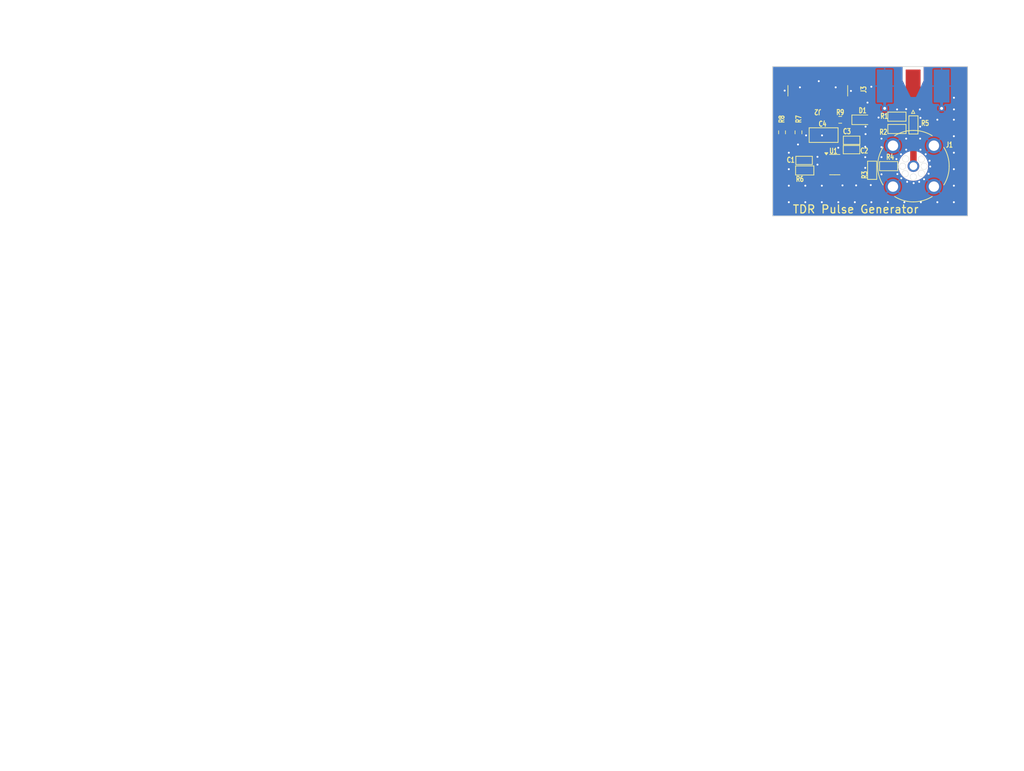
<source format=kicad_pcb>
(kicad_pcb (version 20241229) (generator "pcbnew") (generator_version "9.0")
  (title_block (title "Tiny TDR - BNC, and SMA connector") (date "2024-11-24") (rev "0.1"))
  (layers (0 "F.Cu" signal) (2 "B.Cu" signal) (13 "F.Paste" user) (15 "B.Paste" user) (5 "F.SilkS" user "F.Silkscreen") (7 "B.SilkS" user "B.Silkscreen") (1 "F.Mask" user) (3 "B.Mask" user) (25 "Edge.Cuts" user))
  (net 0 "")
  (net 1 "+5V")
  (net 2 "GND")
  (net 3 "Net-(R6-P$3)")
  (net 4 "Net-(R2-P$3)")
  (net 5 "Net-(R1-P$3)")
  (net 6 "Net-(R3-P$3)")
  (net 7 "Net-(R6-P$4)")
  (net 8 "Net-(J2-CC2)")
  (net 9 "Net-(J2-CC1)")
  (net 10 "Net-(D1-A)")
  (net 11 "Net-(J3-In)")
  (footprint "TDR1:C0603" (layer "F.Cu") (at 157.4 93.4)
    (property "Reference" "C3" (at -1.4 -0.9 0) (layer "F.SilkS") (effects (font (size 0.8 0.6)) (justify left bottom)))
    (property "Value" "100nF")
    (fp_line (start -1.27 -0.635) (end 1.27 -0.635) (stroke (width 0.127)) (layer "F.SilkS"))
    (fp_line (start -1.27 0.635) (end -1.27 -0.635) (stroke (width 0.127)) (layer "F.SilkS"))
    (fp_line (start 1.27 -0.635) (end 1.27 0.635) (stroke (width 0.127)) (layer "F.SilkS"))
    (fp_line (start 1.27 0.635) (end -1.27 0.635) (stroke (width 0.127)) (layer "F.SilkS"))
    (pad "P$1" smd rect (at -0.75 0) (size 0.8 0.8) (layers "F.Cu" "F.Mask" "F.Paste") (net 2 "GND"))
    (pad "P$2" smd rect (at 0.75 0) (size 0.8 0.8) (layers "F.Cu" "F.Mask" "F.Paste") (net 1 "+5V"))
  )
  (footprint "Resistor_SMD:R_0603_1608Metric" (layer "F.Cu") (at 155.65 90.25)
    (property "Reference" "R9" (at 0 -1.15 0) (layer "F.SilkS") (effects (font (size 0.8 0.6))))
    (property "Value" "4.70k")
    (fp_line (start -0.237258 -0.5225) (end 0.237258 -0.5225) (stroke (width 0.12)) (layer "F.SilkS"))
    (fp_line (start -0.237258 0.5225) (end 0.237258 0.5225) (stroke (width 0.12)) (layer "F.SilkS"))
    (pad "1" smd roundrect (at -0.825 0) (size 0.8 0.95) (layers "F.Cu" "F.Mask" "F.Paste") (net 1 "+5V"))
    (pad "2" smd roundrect (at 0.825 0) (size 0.8 0.95) (layers "F.Cu" "F.Mask" "F.Paste") (net 10 "Net-(D1-A)"))
  )
  (footprint "Connector_Coaxial:SMA_Molex_73251-1153_EdgeMount_Horizontal" (layer "F.Cu") (at 166.87 86.77 -90)
    (property "Reference" "J3" (at -1.17 7.62 90) (layer "F.SilkS") (effects (font (size 0.8 0.6))))
    (property "Value" "Conn_Coaxial")
    (fp_line (start 2.5 0.25) (end 2 0) (stroke (width 0.12)) (layer "F.SilkS"))
    (fp_line (start 2 0) (end 2.5 -0.25) (stroke (width 0.12)) (layer "F.SilkS"))
    (fp_line (start 2.5 -0.25) (end 2.5 0.25) (stroke (width 0.12)) (layer "F.SilkS"))
    (pad "1" smd rect (at -1.72 0 270) (size 5.08 2.29) (layers "F.Cu" "F.Mask" "F.Paste") (net 11 "Net-(J3-In)"))
    (pad "2" smd rect (at -1.72 -4.38 270) (size 5.08 2.42) (layers "F.Cu" "F.Mask" "F.Paste") (net 2 "GND"))
    (pad "2" smd rect (at -1.72 -4.38 270) (size 5.08 2.42) (layers "B.Cu" "B.Mask" "B.Paste") (net 2 "GND"))
    (pad "2" smd rect (at -1.72 4.38 270) (size 5.08 2.42) (layers "F.Cu" "F.Mask" "F.Paste") (net 2 "GND"))
    (pad "2" smd rect (at -1.72 4.38 270) (size 5.08 2.42) (layers "B.Cu" "B.Mask" "B.Paste") (net 2 "GND"))
    (pad "2" smd rect (at 1.27 -4.38 270) (size 0.95 0.46) (layers "F.Cu") (net 2 "GND"))
    (pad "2" smd rect (at 1.27 -4.38 270) (size 0.95 0.46) (layers "B.Cu") (net 2 "GND"))
    (pad "2" smd rect (at 1.27 4.38 270) (size 0.95 0.46) (layers "F.Cu") (net 2 "GND"))
    (pad "2" smd rect (at 1.27 4.38 270) (size 0.95 0.46) (layers "B.Cu") (net 2 "GND"))
    (pad "2" thru_hole circle (at 1.72 -4.38 270) (size 0.97 0.97) (drill 0.46) (layers "*.Cu") (net 2 "GND"))
    (pad "2" thru_hole circle (at 1.72 4.38 270) (size 0.97 0.97) (drill 0.46) (layers "*.Cu") (net 2 "GND"))
  )
  (footprint "Package_TO_SOT_SMD:SOT-23-6" (layer "F.Cu") (at 154.8125 97.15)
    (property "Reference" "U1" (at -0.2125 -2.1 0) (layer "F.SilkS") (effects (font (size 0.8 0.6))))
    (property "Value" "SN74LVC2G14DBV")
    (fp_line (start 0 -1.56) (end -0.8 -1.56) (stroke (width 0.12)) (layer "F.SilkS"))
    (fp_line (start 0 -1.56) (end 0.8 -1.56) (stroke (width 0.12)) (layer "F.SilkS"))
    (fp_line (start 0 1.56) (end -0.8 1.56) (stroke (width 0.12)) (layer "F.SilkS"))
    (fp_line (start 0 1.56) (end 0.8 1.56) (stroke (width 0.12)) (layer "F.SilkS"))
    (fp_poly (pts (xy -1.3 -1.51) (xy -1.54 -1.84) (xy -1.06 -1.84) (xy -1.3 -1.51)) (stroke (width 0.12)) (fill yes) (layer "F.SilkS"))
    (pad "1" smd roundrect (at -1.1375 -0.95) (size 1.325 0.6) (layers "F.Cu" "F.Mask" "F.Paste") (net 3 "Net-(R6-P$3)"))
    (pad "2" smd roundrect (at -1.1375 0) (size 1.325 0.6) (layers "F.Cu" "F.Mask" "F.Paste") (net 2 "GND"))
    (pad "3" smd roundrect (at -1.1375 0.95) (size 1.325 0.6) (layers "F.Cu" "F.Mask" "F.Paste") (net 7 "Net-(R6-P$4)"))
    (pad "4" smd roundrect (at 1.1375 0.95) (size 1.325 0.6) (layers "F.Cu" "F.Mask" "F.Paste") (net 6 "Net-(R3-P$3)"))
    (pad "5" smd roundrect (at 1.1375 0) (size 1.325 0.6) (layers "F.Cu" "F.Mask" "F.Paste") (net 1 "+5V"))
    (pad "6" smd roundrect (at 1.1375 -0.95) (size 1.325 0.6) (layers "F.Cu" "F.Mask" "F.Paste") (net 7 "Net-(R6-P$4)"))
  )
  (footprint "TDR1:R0603" (layer "F.Cu") (at 163.1061 97.3836)
    (property "Reference" "R4" (at -0.4561 -0.9336 0) (layer "F.SilkS") (effects (font (size 0.8 0.6)) (justify left bottom)))
    (property "Value" "82")
    (fp_line (start -1.4 -0.7) (end 1.4 -0.7) (stroke (width 0.127)) (layer "F.SilkS"))
    (fp_line (start -1.4 0.7) (end -1.4 -0.7) (stroke (width 0.127)) (layer "F.SilkS"))
    (fp_line (start 1.4 -0.7) (end 1.4 0.7) (stroke (width 0.127)) (layer "F.SilkS"))
    (fp_line (start 1.4 0.7) (end -1.4 0.7) (stroke (width 0.127)) (layer "F.SilkS"))
    (pad "P$1" smd rect (at -0.725 0) (size 0.95 0.95) (layers "F.Cu" "F.Mask" "F.Paste") (net 5 "Net-(R1-P$3)"))
    (pad "P$2" smd rect (at 0.725 0) (size 0.95 0.95) (layers "F.Cu" "F.Mask" "F.Paste") (net 2 "GND"))
  )
  (footprint "TDR1:R0603" (layer "F.Cu") (at 164.3761 89.7636)
    (property "Reference" "R1" (at -2.6261 0.3864 0) (layer "F.SilkS") (effects (font (size 0.8 0.6)) (justify left bottom)))
    (property "Value" "49.9")
    (fp_line (start -1.4 -0.7) (end 1.4 -0.7) (stroke (width 0.127)) (layer "F.SilkS"))
    (fp_line (start -1.4 0.7) (end -1.4 -0.7) (stroke (width 0.127)) (layer "F.SilkS"))
    (fp_line (start 1.4 -0.7) (end 1.4 0.7) (stroke (width 0.127)) (layer "F.SilkS"))
    (fp_line (start 1.4 0.7) (end -1.4 0.7) (stroke (width 0.127)) (layer "F.SilkS"))
    (pad "P$1" smd rect (at -0.725 0) (size 0.95 0.95) (layers "F.Cu" "F.Mask" "F.Paste") (net 5 "Net-(R1-P$3)"))
    (pad "P$2" smd rect (at 0.725 0) (size 0.95 0.95) (layers "F.Cu" "F.Mask" "F.Paste") (net 11 "Net-(J3-In)"))
  )
  (footprint "LED_SMD:LED_0603_1608Metric_Pad1.05x0.95mm_HandSolder" (layer "F.Cu") (at 159.1 90.25)
    (property "Reference" "D1" (at 0 -1.43 0) (layer "F.SilkS") (effects (font (size 0.8 0.6))))
    (property "Value" "VLMTG1300-GS08")
    (fp_line (start -1.66 -0.735) (end -1.66 0.735) (stroke (width 0.12)) (layer "F.SilkS"))
    (fp_line (start -1.66 0.735) (end 0.8 0.735) (stroke (width 0.12)) (layer "F.SilkS"))
    (fp_line (start 0.8 -0.735) (end -1.66 -0.735) (stroke (width 0.12)) (layer "F.SilkS"))
    (pad "1" smd roundrect (at -0.875 0) (size 1.05 0.95) (layers "F.Cu" "F.Mask" "F.Paste") (net 10 "Net-(D1-A)"))
    (pad "2" smd roundrect (at 0.875 0) (size 1.05 0.95) (layers "F.Cu" "F.Mask" "F.Paste") (net 2 "GND"))
  )
  (footprint "Connector_Coaxial:BNC_LINX_CONBNC001" (layer "F.Cu") (at 166.9161 97.3836)
    (property "Reference" "J1" (at 5.5339 -3.2836 0) (layer "F.SilkS") (effects (font (size 0.8 0.6))))
    (property "Value" "BNC_MALE_PCB")
    (fp_arc (start -5.5 0) (mid -5.295033 -1.503175) (end -4.68 -2.89) (stroke (width 0.127)) (layer "F.SilkS"))
    (fp_arc (start -4.68 2.89) (mid -5.29113 1.502068) (end -5.5 0) (stroke (width 0.127)) (layer "F.SilkS"))
    (fp_arc (start -2.89 -4.68) (mid -1.502068 -5.291129) (end 0 -5.5) (stroke (width 0.127)) (layer "F.SilkS"))
    (fp_arc (start 0 -5.5) (mid 1.503175 -5.295033) (end 2.89 -4.68) (stroke (width 0.127)) (layer "F.SilkS"))
    (fp_arc (start 0 5.5) (mid -1.503175 5.295033) (end -2.89 4.68) (stroke (width 0.127)) (layer "F.SilkS"))
    (fp_arc (start 2.89 4.68) (mid 1.502068 5.291129) (end 0 5.5) (stroke (width 0.127)) (layer "F.SilkS"))
    (fp_arc (start 4.68 -2.89) (mid 5.291129 -1.502068) (end 5.5 0) (stroke (width 0.127)) (layer "F.SilkS"))
    (fp_arc (start 5.5 0) (mid 5.295033 1.503175) (end 4.68 2.89) (stroke (width 0.127)) (layer "F.SilkS"))
    (pad "1" thru_hole circle (at 0 0) (size 1.8 1.8) (drill 1.2) (layers "*.Cu" "*.Mask") (net 4 "Net-(R2-P$3)"))
    (pad "S1" thru_hole circle (at 3.15 -3.15) (size 2.4 2.4) (drill 1.6) (layers "*.Cu" "*.Mask") (net 2 "GND"))
    (pad "S2" thru_hole circle (at 3.15 3.15) (size 2.4 2.4) (drill 1.6) (layers "*.Cu" "*.Mask") (net 2 "GND"))
    (pad "S3" thru_hole circle (at -3.15 3.15) (size 2.4 2.4) (drill 1.6) (layers "*.Cu" "*.Mask") (net 2 "GND"))
    (pad "S4" thru_hole circle (at -3.15 -3.15) (size 2.4 2.4) (drill 1.6) (layers "*.Cu" "*.Mask") (net 2 "GND"))
  )
  (footprint "TDR1:R0603" (layer "F.Cu") (at 150.1875 98.05)
    (property "Reference" "R6" (at -1.4375 1.8 0) (layer "F.SilkS") (effects (font (size 0.8 0.6)) (justify left bottom)))
    (property "Value" "1.2k")
    (fp_line (start -1.4 -0.7) (end 1.4 -0.7) (stroke (width 0.127)) (layer "F.SilkS"))
    (fp_line (start -1.4 0.7) (end -1.4 -0.7) (stroke (width 0.127)) (layer "F.SilkS"))
    (fp_line (start 1.4 -0.7) (end 1.4 0.7) (stroke (width 0.127)) (layer "F.SilkS"))
    (fp_line (start 1.4 0.7) (end -1.4 0.7) (stroke (width 0.127)) (layer "F.SilkS"))
    (pad "P$1" smd rect (at -0.725 0) (size 0.95 0.95) (layers "F.Cu" "F.Mask" "F.Paste") (net 3 "Net-(R6-P$3)"))
    (pad "P$2" smd rect (at 0.725 0) (size 0.95 0.95) (layers "F.Cu" "F.Mask" "F.Paste") (net 7 "Net-(R6-P$4)"))
  )
  (footprint "Connector_USB:USB_C_Receptacle_GCT_USB4135-GF-A_6P_TopMnt_Horizontal" (layer "F.Cu") (at 152.2 84.55 180)
    (property "Reference" "J2" (at 0 -4.5 180) (layer "F.SilkS") (effects (font (size 0.8 0.6))))
    (property "Value" "USB4135-GF-A")
    (fp_line (start 4.6 -2.04) (end 4.6 -0.41) (stroke (width 0.12)) (layer "F.SilkS"))
    (fp_line (start -4.6 -2.04) (end -4.6 -0.41) (stroke (width 0.12)) (layer "F.SilkS"))
    (pad "A5" smd roundrect (at -0.5 -3.0325 180) (size 0.7 1.2) (layers "F.Cu" "F.Mask" "F.Paste") (net 9 "Net-(J2-CC1)"))
    (pad "A9" smd roundrect (at 1.52 -3.0325) (size 0.76 1.2) (layers "F.Cu" "F.Mask" "F.Paste") (net 1 "+5V"))
    (pad "A12" smd roundrect (at 2.75 -3.0325) (size 0.8 1.2) (layers "F.Cu" "F.Mask" "F.Paste") (net 2 "GND"))
    (pad "B5" smd roundrect (at 0.5 -3.0325) (size 0.7 1.2) (layers "F.Cu" "F.Mask" "F.Paste") (net 8 "Net-(J2-CC2)"))
    (pad "B9" smd roundrect (at -1.52 -3.0325 180) (size 0.76 1.2) (layers "F.Cu" "F.Mask" "F.Paste") (net 1 "+5V"))
    (pad "B12" smd roundrect (at -2.75 -3.0325 180) (size 0.8 1.2) (layers "F.Cu" "F.Mask" "F.Paste") (net 2 "GND"))
    (pad "S1" smd roundrect (at -5.125 -2.9775 180) (size 1.8 1.35) (layers "F.Cu" "F.Mask" "F.Paste") (roundrect_rratio 0.1851851852) (net 2 "GND"))
    (pad "S1" smd roundrect (at -5.125 0.6025 180) (size 1.8 1.5) (layers "F.Cu" "F.Mask" "F.Paste") (roundrect_rratio 0.1666666667) (net 2 "GND"))
    (pad "S1" smd roundrect (at 5.125 -2.9775 180) (size 1.8 1.35) (layers "F.Cu" "F.Mask" "F.Paste") (roundrect_rratio 0.1851851852) (net 2 "GND"))
    (pad "S1" smd roundrect (at 5.125 0.6025 180) (size 1.8 1.5) (layers "F.Cu" "F.Mask" "F.Paste") (roundrect_rratio 0.1666666667) (net 2 "GND"))
  )
  (footprint "TDR1:C0603" (layer "F.Cu") (at 157.3911 94.8436)
    (property "Reference" "C2" (at 1.27 0.635 0) (layer "F.SilkS") (effects (font (size 0.8 0.6)) (justify left bottom)))
    (property "Value" "100nF")
    (fp_line (start -1.27 -0.635) (end 1.27 -0.635) (stroke (width 0.127)) (layer "F.SilkS"))
    (fp_line (start -1.27 0.635) (end -1.27 -0.635) (stroke (width 0.127)) (layer "F.SilkS"))
    (fp_line (start 1.27 -0.635) (end 1.27 0.635) (stroke (width 0.127)) (layer "F.SilkS"))
    (fp_line (start 1.27 0.635) (end -1.27 0.635) (stroke (width 0.127)) (layer "F.SilkS"))
    (pad "P$1" smd rect (at -0.75 0) (size 0.8 0.8) (layers "F.Cu" "F.Mask" "F.Paste") (net 2 "GND"))
    (pad "P$2" smd rect (at 0.75 0) (size 0.8 0.8) (layers "F.Cu" "F.Mask" "F.Paste") (net 1 "+5V"))
  )
  (footprint "TDR1:R0603" (layer "F.Cu") (at 160.5661 98.0186 90)
    (property "Reference" "R3" (at -1.4 -0.7 90) (layer "F.SilkS") (effects (font (size 0.8 0.6)) (justify left bottom)))
    (property "Value" "130")
    (fp_line (start 1.4 -0.7) (end 1.4 0.7) (stroke (width 0.127)) (layer "F.SilkS"))
    (fp_line (start -1.4 -0.7) (end 1.4 -0.7) (stroke (width 0.127)) (layer "F.SilkS"))
    (fp_line (start 1.4 0.7) (end -1.4 0.7) (stroke (width 0.127)) (layer "F.SilkS"))
    (fp_line (start -1.4 0.7) (end -1.4 -0.7) (stroke (width 0.127)) (layer "F.SilkS"))
    (pad "P$1" smd rect (at -0.725 0 90) (size 0.95 0.95) (layers "F.Cu" "F.Mask" "F.Paste") (net 6 "Net-(R3-P$3)"))
    (pad "P$2" smd rect (at 0.725 0 90) (size 0.95 0.95) (layers "F.Cu" "F.Mask" "F.Paste") (net 5 "Net-(R1-P$3)"))
  )
  (footprint "TDR1:1206" (layer "F.Cu") (at 153.1 92.6)
    (property "Reference" "C4" (at -0.85 -1.25 0) (layer "F.SilkS") (effects (font (size 0.8 0.6)) (justify left bottom)))
    (property "Value" "2.2uF")
    (fp_line (start -2.225 -1.125) (end 2.225 -1.125) (stroke (width 0.127)) (layer "F.SilkS"))
    (fp_line (start -2.225 1.125) (end -2.225 -1.125) (stroke (width 0.127)) (layer "F.SilkS"))
    (fp_line (start 2.225 -1.125) (end 2.225 1.125) (stroke (width 0.127)) (layer "F.SilkS"))
    (fp_line (start 2.225 1.125) (end -2.225 1.125) (stroke (width 0.127)) (layer "F.SilkS"))
    (pad "P$1" smd rect (at -1.55 0) (size 0.9 1.6) (layers "F.Cu" "F.Mask" "F.Paste") (net 2 "GND"))
    (pad "P$2" smd rect (at 1.55 0) (size 0.9 1.6) (layers "F.Cu" "F.Mask" "F.Paste") (net 1 "+5V"))
  )
  (footprint "Resistor_SMD:R_0603_1608Metric" (layer "F.Cu") (at 149.227 92.175 -90)
    (property "Reference" "R7" (at -2.025 -0.023 90) (layer "F.SilkS") (effects (font (size 0.8 0.6))))
    (property "Value" "5K1")
    (fp_line (start -0.237258 0.5225) (end 0.237258 0.5225) (stroke (width 0.12)) (layer "F.SilkS"))
    (fp_line (start -0.237258 -0.5225) (end 0.237258 -0.5225) (stroke (width 0.12)) (layer "F.SilkS"))
    (pad "1" smd roundrect (at -0.825 0 270) (size 0.8 0.95) (layers "F.Cu" "F.Mask" "F.Paste") (net 9 "Net-(J2-CC1)"))
    (pad "2" smd roundrect (at 0.825 0 270) (size 0.8 0.95) (layers "F.Cu" "F.Mask" "F.Paste") (net 2 "GND"))
  )
  (footprint "TDR1:C0603" (layer "F.Cu") (at 150.0875 96.5 180)
    (property "Reference" "C1" (at 2.7375 -0.4 0) (layer "F.SilkS") (effects (font (size 0.8 0.6)) (justify left bottom)))
    (property "Value" "1nF")
    (fp_line (start 1.27 0.635) (end -1.27 0.635) (stroke (width 0.127)) (layer "F.SilkS"))
    (fp_line (start 1.27 -0.635) (end 1.27 0.635) (stroke (width 0.127)) (layer "F.SilkS"))
    (fp_line (start -1.27 0.635) (end -1.27 -0.635) (stroke (width 0.127)) (layer "F.SilkS"))
    (fp_line (start -1.27 -0.635) (end 1.27 -0.635) (stroke (width 0.127)) (layer "F.SilkS"))
    (pad "P$1" smd rect (at -0.75 0 180) (size 0.8 0.8) (layers "F.Cu" "F.Mask" "F.Paste") (net 2 "GND"))
    (pad "P$2" smd rect (at 0.75 0 180) (size 0.8 0.8) (layers "F.Cu" "F.Mask" "F.Paste") (net 3 "Net-(R6-P$3)"))
  )
  (footprint "TDR1:R0603" (layer "F.Cu") (at 166.9161 91.0336 -90)
    (property "Reference" "R5" (at -0.7336 -2.4839 0) (layer "F.SilkS") (effects (font (size 0.8 0.6)) (justify right top)))
    (property "Value" "49.9")
    (fp_line (start -1.4 0.7) (end -1.4 -0.7) (stroke (width 0.127)) (layer "F.SilkS"))
    (fp_line (start 1.4 0.7) (end -1.4 0.7) (stroke (width 0.127)) (layer "F.SilkS"))
    (fp_line (start -1.4 -0.7) (end 1.4 -0.7) (stroke (width 0.127)) (layer "F.SilkS"))
    (fp_line (start 1.4 -0.7) (end 1.4 0.7) (stroke (width 0.127)) (layer "F.SilkS"))
    (pad "P$1" smd rect (at -0.725 0 270) (size 0.95 0.95) (layers "F.Cu" "F.Mask" "F.Paste") (net 11 "Net-(J3-In)"))
    (pad "P$2" smd rect (at 0.725 0 270) (size 0.95 0.95) (layers "F.Cu" "F.Mask" "F.Paste") (net 4 "Net-(R2-P$3)"))
  )
  (footprint "Resistor_SMD:R_0603_1608Metric" (layer "F.Cu") (at 146.7 92.175 -90)
    (property "Reference" "R8" (at -2.025 0.05 90) (layer "F.SilkS") (effects (font (size 0.8 0.6))))
    (property "Value" "5K1")
    (fp_line (start -0.237258 0.5225) (end 0.237258 0.5225) (stroke (width 0.12)) (layer "F.SilkS"))
    (fp_line (start -0.237258 -0.5225) (end 0.237258 -0.5225) (stroke (width 0.12)) (layer "F.SilkS"))
    (pad "1" smd roundrect (at -0.825 0 270) (size 0.8 0.95) (layers "F.Cu" "F.Mask" "F.Paste") (net 8 "Net-(J2-CC2)"))
    (pad "2" smd roundrect (at 0.825 0 270) (size 0.8 0.95) (layers "F.Cu" "F.Mask" "F.Paste") (net 2 "GND"))
  )
  (footprint "TDR1:R0603" (layer "F.Cu") (at 164.3761 91.6686 180)
    (property "Reference" "R2" (at 1.4 0 0) (layer "F.SilkS") (effects (font (size 0.8 0.6)) (justify right top)))
    (property "Value" "49.9")
    (fp_line (start 1.4 0.7) (end -1.4 0.7) (stroke (width 0.127)) (layer "F.SilkS"))
    (fp_line (start 1.4 -0.7) (end 1.4 0.7) (stroke (width 0.127)) (layer "F.SilkS"))
    (fp_line (start -1.4 0.7) (end -1.4 -0.7) (stroke (width 0.127)) (layer "F.SilkS"))
    (fp_line (start -1.4 -0.7) (end 1.4 -0.7) (stroke (width 0.127)) (layer "F.SilkS"))
    (pad "P$1" smd rect (at -0.725 0 180) (size 0.95 0.95) (layers "F.Cu" "F.Mask" "F.Paste") (net 4 "Net-(R2-P$3)"))
    (pad "P$2" smd rect (at 0.725 0 180) (size 0.95 0.95) (layers "F.Cu" "F.Mask" "F.Paste") (net 5 "Net-(R1-P$3)"))
  )
  (gr_line (start 175.25 82.05) (end 175.25 105.05) (stroke (width 0.1)) (layer "Edge.Cuts"))
  (gr_line (start 145.25 105.05) (end 145.25 82.05) (stroke (width 0.1)) (layer "Edge.Cuts"))
  (gr_circle (center 165.65 98.55) (end 166.15 98.55) (stroke (width 0.05)) (fill no) (layer "Edge.Cuts"))
  (gr_circle (center 168.55 97.4) (end 169.05 97.4) (stroke (width 0.05)) (fill no) (layer "Edge.Cuts"))
  (gr_circle (center 165.7 96.25) (end 166.2 96.25) (stroke (width 0.05)) (fill no) (layer "Edge.Cuts"))
  (gr_line (start 175.25 105.05) (end 145.25 105.05) (stroke (width 0.1)) (layer "Edge.Cuts"))
  (gr_line (start 145.25 82.05) (end 175.25 82.05) (stroke (width 0.1)) (layer "Edge.Cuts"))
  (gr_circle (center 165.25 97.4) (end 165.75 97.4) (stroke (width 0.05)) (fill no) (layer "Edge.Cuts"))
  (gr_circle (center 168.15 96.3) (end 168.65 96.3) (stroke (width 0.05)) (fill no) (layer "Edge.Cuts"))
  (gr_circle (center 168.15 98.5) (end 168.65 98.5) (stroke (width 0.05)) (fill no) (layer "Edge.Cuts"))
  (gr_circle (center 166.9 99.05) (end 167.4 99.05) (stroke (width 0.05)) (fill no) (layer "Edge.Cuts"))
  (gr_text "TDR Pulse Generator" (at 148.25 104.75 0) (layer "F.SilkS") (effects (font (size 1.237488 1.237488) (thickness 0.184912)) (justify left bottom)))
  (segment (start 156.1 91.95) (end 157.8 91.95) (width 1) (layer "F.Cu") (net 1))
  (segment (start 150.68 87.5825) (end 150.68 86.37) (width 0.6) (layer "F.Cu") (net 1))
  (segment (start 154.65 92.6) (end 154.65 91.65) (width 1.016) (layer "F.Cu") (net 1))
  (segment (start 158.3 92.45) (end 158.3 96.7) (width 1) (layer "F.Cu") (net 1))
  (segment (start 155.95 97.15) (end 157.85 97.15) (width 0.6) (layer "F.Cu") (net 1))
  (segment (start 154.65 92.6) (end 155.3 91.95) (width 1) (layer "F.Cu") (net 1))
  (segment (start 153.72 90.72) (end 153.72 90.05) (width 1.016) (layer "F.Cu") (net 1))
  (segment (start 158.3 96.7) (end 157.9 97.1) (width 1) (layer "F.Cu") (net 1))
  (segment (start 153.35 85.85) (end 153.72 86.22) (width 0.6) (layer "F.Cu") (net 1))
  (segment (start 153.72 86.22) (end 153.72 87.5825) (width 0.6) (layer "F.Cu") (net 1))
  (segment (start 157.85 97.15) (end 157.9 97.1) (width 0.3048) (layer "F.Cu") (net 1))
  (segment (start 153.72 90.05) (end 153.72 89.145) (width 1.016) (layer "F.Cu") (net 1))
  (segment (start 153.92 90.25) (end 153.72 90.05) (width 0.3048) (layer "F.Cu") (net 1))
  (segment (start 155.3 91.95) (end 156.1 91.95) (width 1) (layer "F.Cu") (net 1))
  (segment (start 150.68 86.37) (end 151.2 85.85) (width 0.6) (layer "F.Cu") (net 1))
  (segment (start 153.72 87.5825) (end 153.72 89.145) (width 0.6) (layer "F.Cu") (net 1))
  (segment (start 154.65 91.65) (end 153.72 90.72) (width 1.016) (layer "F.Cu") (net 1))
  (segment (start 154.825 90.25) (end 153.92 90.25) (width 0.6096) (layer "F.Cu") (net 1))
  (segment (start 151.2 85.85) (end 153.35 85.85) (width 0.6) (layer "F.Cu") (net 1))
  (segment (start 157.8 91.95) (end 158.3 92.45) (width 1) (layer "F.Cu") (net 1))
  (segment (start 152.15 97.15) (end 153.675 97.15) (width 0.3048) (layer "F.Cu") (net 2))
  (segment (start 150.8375 96.5) (end 151.5 96.5) (width 0.3048) (layer "F.Cu") (net 2))
  (segment (start 151.5 96.5) (end 152.15 97.15) (width 0.3048) (layer "F.Cu") (net 2))
  (via (at 159.85 87.6) (size 0.61) (drill 0.3) (layers "F.Cu" "B.Cu") (net 2))
  (via (at 164.4 88.65) (size 0.61) (drill 0.3) (layers "F.Cu" "B.Cu") (net 2))
  (via (at 159.55 91.3) (size 0.61) (drill 0.3) (layers "F.Cu" "B.Cu") (net 2))
  (via (at 165.05 99.25) (size 0.61) (drill 0.3) (layers "F.Cu" "B.Cu") (net 2))
  (via (at 173.14 100.395) (size 0.61) (drill 0.3) (layers "F.Cu" "B.Cu") (net 2))
  (via (at 152.15 97.15) (size 0.61) (drill 0.3) (layers "F.Cu" "B.Cu") (net 2))
  (via (at 160.35 100.3) (size 0.61) (drill 0.3) (layers "F.Cu" "B.Cu") (net 2))
  (via (at 168.06 102.935) (size 0.61) (drill 0.3) (layers "F.Cu" "B.Cu") (net 2))
  (via (at 164.45 98.6) (size 0.61) (drill 0.3) (layers "F.Cu" "B.Cu") (net 2))
  (via (at 169.25 98.55) (size 0.61) (drill 0.3) (layers "F.Cu" "B.Cu") (net 2))
  (via (at 169.5 97.45) (size 0.61) (drill 0.3) (layers "F.Cu" "B.Cu") (net 2))
  (via (at 160.44 102.935) (size 0.61) (drill 0.3) (layers "F.Cu" "B.Cu") (net 2))
  (via (at 149.15 94.05) (size 0.61) (drill 0.3) (layers "F.Cu" "B.Cu") (net 2))
  (via (at 150.4 92.65) (size 0.61) (drill 0.3) (layers "F.Cu" "B.Cu") (net 2))
  (via (at 147.74 100.395) (size 0.61) (drill 0.3) (layers "F.Cu" "B.Cu") (net 2))
  (via (at 169.4 96.55) (size 0.61) (drill 0.3) (layers "F.Cu" "B.Cu") (net 2))
  (via (at 159.5 96) (size 0.61) (drill 0.3) (layers "F.Cu" "B.Cu") (net 2))
  (via (at 167.9 88.65) (size 0.61) (drill 0.3) (layers "F.Cu" "B.Cu") (net 2))
  (via (at 154.95 85.25) (size 0.61) (drill 0.3) (layers "F.Cu" "B.Cu") (net 2))
  (via (at 150.28 100.395) (size 0.61) (drill 0.3) (layers "F.Cu" "B.Cu") (net 2))
  (via (at 162.98 102.935) (size 0.61) (drill 0.3) (layers "F.Cu" "B.Cu") (net 2))
  (via (at 170.6 90.235) (size 0.61) (drill 0.3) (layers "F.Cu" "B.Cu") (net 2))
  (via (at 150.28 102.935) (size 0.61) (drill 0.3) (layers "F.Cu" "B.Cu") (net 2))
  (via (at 152.82 102.935) (size 0.61) (drill 0.3) (layers "F.Cu" "B.Cu") (net 2))
  (via (at 157.3 85.8) (size 0.61) (drill 0.3) (layers "F.Cu" "B.Cu") (net 2))
  (via (at 173.14 95.315) (size 0.61) (drill 0.3) (layers "F.Cu" "B.Cu") (net 2))
  (via (at 152.82 100.395) (size 0.61) (drill 0.3) (layers "F.Cu" "B.Cu") (net 2))
  (via (at 165 95.55) (size 0.61) (drill 0.3) (layers "F.Cu" "B.Cu") (net 2))
  (via (at 173.15 88.65) (size 0.61) (drill 0.3) (layers "F.Cu" "B.Cu") (net 2))
  (via (at 168.8 95.55) (size 0.61) (drill 0.3) (layers "F.Cu" "B.Cu") (net 2))
  (via (at 165.95 99.8) (size 0.61) (drill 0.3) (layers "F.Cu" "B.Cu") (net 2))
  (via (at 159.5 94.4) (size 0.61) (drill 0.3) (layers "F.Cu" "B.Cu") (net 2))
  (via (at 167.95 91.3) (size 0.61) (drill 0.3) (layers "F.Cu" "B.Cu") (net 2))
  (via (at 165.8 88.6) (size 0.61) (drill 0.3) (layers "F.Cu" "B.Cu") (net 2))
  (via (at 152.85 92.65) (size 0.61) (drill 0.3) (layers "F.Cu" "B.Cu") (net 2))
  (via (at 173.14 102.935) (size 0.61) (drill 0.3) (layers "F.Cu" "B.Cu") (net 2))
  (via (at 162 96) (size 0.61) (drill 0.3) (layers "F.Cu" "B.Cu") (net 2))
  (via (at 147.74 95.315) (size 0.61) (drill 0.3) (layers "F.Cu" "B.Cu") (net 2))
  (via (at 168 94.85) (size 0.61) (drill 0.3) (layers "F.Cu" "B.Cu") (net 2))
  (via (at 161.55 89.9) (size 0.61) (drill 0.3) (layers "F.Cu" "B.Cu") (net 2))
  (via (at 168.55 99.4) (size 0.61) (drill 0.3) (layers "F.Cu" "B.Cu") (net 2))
  (via (at 160.44 85.155) (size 0.61) (drill 0.3) (layers "F.Cu" "B.Cu") (net 2))
  (via (at 152.35 84.3) (size 0.61) (drill 0.3) (layers "F.Cu" "B.Cu") (net 2))
  (via (at 165.52 102.935) (size 0.61) (drill 0.3) (layers "F.Cu" "B.Cu") (net 2))
  (via (at 173.14 90.235) (size 0.61) (drill 0.3) (layers "F.Cu" "B.Cu") (net 2))
  (via (at 165.8 94.85) (size 0.61) (drill 0.3) (layers "F.Cu" "B.Cu") (net 2))
  (via (at 168 89.95) (size 0.61) (drill 0.3) (layers "F.Cu" "B.Cu") (net 2))
  (via (at 162 98.65) (size 0.61) (drill 0.3) (layers "F.Cu" "B.Cu") (net 2))
  (via (at 152.15 95.95) (size 0.61) (drill 0.3) (layers "F.Cu" "B.Cu") (net 2))
  (via (at 158.1 100.35) (size 0.61) (drill 0.3) (layers "F.Cu" "B.Cu") (net 2))
  (via (at 173.14 92.775) (size 0.61) (drill 0.3) (layers "F.Cu" "B.Cu") (net 2))
  (via (at 173.15 86.85) (size 0.61) (drill 0.3) (layers "F.Cu" "B.Cu") (net 2))
  (via (at 166.95 100) (size 0.61) (drill 0.3) (layers "F.Cu" "B.Cu") (net 2))
  (via (at 162 94.45) (size 0.61) (drill 0.3) (layers "F.Cu" "B.Cu") (net 2))
  (via (at 164.3 96.3) (size 0.61) (drill 0.3) (layers "F.Cu" "B.Cu") (net 2))
  (via (at 149.45 85.25) (size 0.61) (drill 0.3) (layers "F.Cu" "B.Cu") (net 2))
  (via (at 147.74 97.855) (size 0.61) (drill 0.3) (layers "F.Cu" "B.Cu") (net 2))
  (via (at 147.1 85.75) (size 0.61) (drill 0.3) (layers "F.Cu" "B.Cu") (net 2))
  (via (at 167.95 93.15) (size 0.61) (drill 0.3) (layers "F.Cu" "B.Cu") (net 2))
  (via (at 167.8 99.8) (size 0.61) (drill 0.3) (layers "F.Cu" "B.Cu") (net 2))
  (via (at 156 100.35) (size 0.61) (drill 0.3) (layers "F.Cu" "B.Cu") (net 2))
  (via (at 155.36 102.935) (size 0.61) (drill 0.3) (layers "F.Cu" "B.Cu") (net 2))
  (via (at 159.55 92.45) (size 0.61) (drill 0.3) (layers "F.Cu" "B.Cu") (net 2))
  (via (at 157.9 102.935) (size 0.61) (drill 0.3) (layers "F.Cu" "B.Cu") (net 2))
  (via (at 170.6 102.935) (size 0.61) (drill 0.3) (layers "F.Cu" "B.Cu") (net 2))
  (via (at 155.35 94.55) (size 0.61) (drill 0.3) (layers "F.Cu" "B.Cu") (net 2))
  (via (at 162 93.15) (size 0.61) (drill 0.3) (layers "F.Cu" "B.Cu") (net 2))
  (via (at 159.5 97.65) (size 0.61) (drill 0.3) (layers "F.Cu" "B.Cu") (net 2))
  (via (at 165.8 93.15) (size 0.61) (drill 0.3) (layers "F.Cu" "B.Cu") (net 2))
  (via (at 173.14 97.855) (size 0.61) (drill 0.3) (layers "F.Cu" "B.Cu") (net 2))
  (via (at 147.74 102.935) (size 0.61) (drill 0.3) (layers "F.Cu" "B.Cu") (net 2))
  (segment (start 149.3375 95.4125) (end 149.3375 96.5) (width 0.3048) (layer "F.Cu") (net 3))
  (segment (start 152.65 94.75) (end 150 94.75) (width 0.3048) (layer "F.Cu") (net 3))
  (segment (start 149.3375 97.925) (end 149.4625 98.05) (width 0.3048) (layer "F.Cu") (net 3))
  (segment (start 153.675 95.775) (end 152.65 94.75) (width 0.3048) (layer "F.Cu") (net 3))
  (segment (start 153.675 96.2) (end 153.675 95.775) (width 0.3048) (layer "F.Cu") (net 3))
  (segment (start 150 94.75) (end 149.3375 95.4125) (width 0.3048) (layer "F.Cu") (net 3))
  (segment (start 149.3375 96.5) (end 149.3375 97.925) (width 0.3048) (layer "F.Cu") (net 3))
  (segment (start 165.1011 91.6686) (end 166.9161 91.6686) (width 1) (layer "F.Cu") (net 4))
  (segment (start 166.9161 91.7586) (end 166.9161 97.3836) (width 1) (layer "F.Cu") (net 4))
  (segment (start 166.9161 91.6686) (end 166.9161 91.7586) (width 1) (layer "F.Cu") (net 4))
  (segment (start 163.6511 91.0336) (end 163.6511 91.6686) (width 1) (layer "F.Cu") (net 5))
  (segment (start 160.5661 92.3036) (end 161.8361 91.0336) (width 1) (layer "F.Cu") (net 5))
  (segment (start 161.8361 91.0336) (end 163.6511 91.0336) (width 1) (layer "F.Cu") (net 5))
  (segment (start 163.6511 89.7636) (end 163.6511 91.0336) (width 1) (layer "F.Cu") (net 5))
  (segment (start 160.5661 97.3836) (end 160.5661 97.2936) (width 1) (layer "F.Cu") (net 5))
  (segment (start 162.3811 97.3836) (end 160.5661 97.3836) (width 1) (layer "F.Cu") (net 5))
  (segment (start 160.5661 97.2936) (end 160.5661 92.3036) (width 1) (layer "F.Cu") (net 5))
  (segment (start 156.7136 98.7436) (end 156.3036 98.3336) (width 1) (layer "F.Cu") (net 6))
  (segment (start 160.5661 98.7436) (end 156.7136 98.7436) (width 1) (layer "F.Cu") (net 6))
  (segment (start 154.8125 96.65) (end 154.8125 97.85) (width 0.1524) (layer "F.Cu") (net 7))
  (segment (start 150.9625 98.1) (end 150.9125 98.05) (width 0.3048) (layer "F.Cu") (net 7))
  (segment (start 153.675 98.1) (end 150.9625 98.1) (width 0.3048) (layer "F.Cu") (net 7))
  (segment (start 155.95 96.2) (end 155.2625 96.2) (width 0.1524) (layer "F.Cu") (net 7))
  (segment (start 154.5625 98.1) (end 153.675 98.1) (width 0.1524) (layer "F.Cu") (net 7))
  (segment (start 154.8125 97.85) (end 154.5625 98.1) (width 0.1524) (layer "F.Cu") (net 7))
  (segment (start 155.2625 96.2) (end 154.8125 96.65) (width 0.1524) (layer "F.Cu") (net 7))
  (segment (start 151.7 88.75) (end 151.7 87.5825) (width 0.254) (layer "F.Cu") (net 8))
  (segment (start 146.7 91.35) (end 148.65 89.4) (width 0.254) (layer "F.Cu") (net 8))
  (segment (start 151.05 89.4) (end 151.7 88.75) (width 0.254) (layer "F.Cu") (net 8))
  (segment (start 148.65 89.4) (end 151.05 89.4) (width 0.254) (layer "F.Cu") (net 8))
  (segment (start 149.227 91.073) (end 149.227 91.35) (width 0.254) (layer "F.Cu") (net 9))
  (segment (start 149.9 90.4) (end 149.227 91.073) (width 0.254) (layer "F.Cu") (net 9))
  (segment (start 151.15 90.4) (end 149.9 90.4) (width 0.254) (layer "F.Cu") (net 9))
  (segment (start 152.7 88.85) (end 151.15 90.4) (width 0.254) (layer "F.Cu") (net 9))
  (segment (start 152.7 87.5825) (end 152.7 88.85) (width 0.254) (layer "F.Cu") (net 9))
  (segment (start 156.475 90.25) (end 156.475 90.225) (width 0.1524) (layer "F.Cu") (net 10))
  (segment (start 156.475 90.225) (end 156.5 90.2) (width 0.1524) (layer "F.Cu") (net 10))
  (segment (start 156.5 90.2) (end 156.55 90.25) (width 0.254) (layer "F.Cu") (net 10))
  (segment (start 156.55 90.25) (end 158.225 90.25) (width 0.6096) (layer "F.Cu") (net 10))
  (segment (start 165.1011 89.7636) (end 166.9161 89.7636) (width 1) (layer "F.Cu") (net 11))
  (segment (start 166.9161 89.7636) (end 166.9161 90.3086) (width 1) (layer "F.Cu") (net 11))
  (segment (start 166.9161 85.0186) (end 166.9161 89.7636) (width 0.8) (layer "F.Cu") (net 11))
  (zone (net 2) (net_name "GND") (layer "F.Cu") (priority 6) (connect_pads yes (clearance 0.4)) (min_thickness 0.1) (fill yes (thermal_gap 0.2) (thermal_bridge_width 0.2))
    (polygon (pts (xy 159.1973 105.0798) (xy 145.25 105.0798) (xy 145.25 82.0674) (xy 159.1973 82.0674)))
  )
  (zone (net 2) (net_name "GND") (layer "F.Cu") (connect_pads yes (clearance 0.18)) (min_thickness 0.1) (fill yes (thermal_gap 0.5) (thermal_bridge_width 0.5))
    (polygon (pts (xy 158.85 82.05) (xy 175.2473 82.05) (xy 175.2473 105.0798) (xy 159.2298 105.0798) (xy 158.85 104.7)))
  )
  (zone (net 0) (net_name "") (layers "F.Cu" "B.Cu") (name "Non_gnd") (connect_pads yes (clearance 0)) (min_thickness 0.1)
    (keepout (tracks allowed) (vias allowed) (pads allowed) (copperpour not_allowed) (footprints allowed))
    (fill (thermal_gap 0.5) (thermal_bridge_width 0.5))
    (polygon (pts (xy 169.2 97.35) (xy 169.180323 97.04979) (xy 169.121629 96.754716) (xy 169.024923 96.469828) (xy 168.891858 96.2) (xy 168.724713 95.949849) (xy 168.526346 95.723654) (xy 168.300151 95.525287) (xy 168.05 95.358142) (xy 167.780172 95.225077) (xy 167.495284 95.128371) (xy 167.20021 95.069677) (xy 166.9 95.05) (xy 166.59979 95.069677) (xy 166.304716 95.128371) (xy 166.019828 95.225077) (xy 165.75 95.358142) (xy 165.499849 95.525287) (xy 165.273654 95.723654) (xy 165.075287 95.949849) (xy 164.908142 96.2) (xy 164.775077 96.469828) (xy 164.678371 96.754716) (xy 164.619677 97.04979) (xy 164.6 97.35) (xy 164.619677 97.65021) (xy 164.678371 97.945284) (xy 164.775077 98.230172) (xy 164.908142 98.5) (xy 165.075287 98.750151) (xy 165.273654 98.976346) (xy 165.499849 99.174713) (xy 165.75 99.341858) (xy 166.019828 99.474923) (xy 166.304716 99.571629) (xy 166.59979 99.630323) (xy 166.9 99.65) (xy 167.20021 99.630323) (xy 167.495284 99.571629) (xy 167.780172 99.474923) (xy 168.05 99.341858) (xy 168.300151 99.174713) (xy 168.526346 98.976346) (xy 168.724713 98.750151) (xy 168.891858 98.5) (xy 169.024923 98.230172) (xy 169.121629 97.945284) (xy 169.180323 97.65021)))
  )
  (zone (net 0) (net_name "") (layers "F.Cu" "B.Cu") (name "non_gnd") (connect_pads yes (clearance 0)) (min_thickness 0.1)
    (keepout (tracks allowed) (vias not_allowed) (pads allowed) (copperpour not_allowed) (footprints allowed))
    (fill (thermal_gap 0.5) (thermal_bridge_width 0.5))
    (polygon (pts (xy 165.2422 82.042) (xy 165.2422 84.2) (xy 166.5 86.731488) (xy 167.3 86.730991) (xy 168.5 84.2) (xy 168.5 82.054285) (xy 167.64 82.042)))
  )
  (zone (net 2) (net_name "GND") (layer "B.Cu") (priority 6) (connect_pads (clearance 0.000001)) (min_thickness 0.0762) (fill yes (thermal_gap 0.2024) (thermal_bridge_width 0.2024))
    (polygon (pts (xy 175.2473 105.0798) (xy 145.25 105.0798) (xy 145.25 82.0674) (xy 175.2473 82.0674)))
  )
)
</source>
